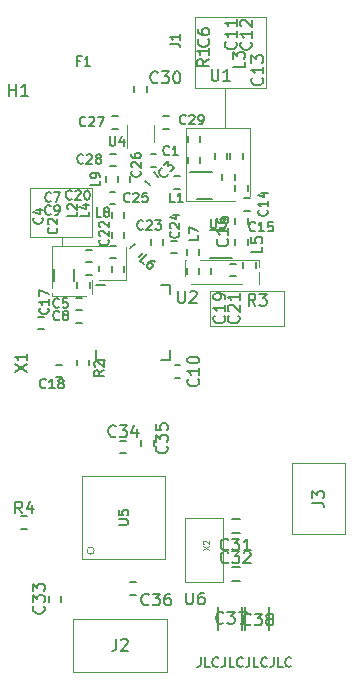
<source format=gbr>
G04 #@! TF.GenerationSoftware,KiCad,Pcbnew,(5.1.4)-1*
G04 #@! TF.CreationDate,2020-12-03T17:51:28+01:00*
G04 #@! TF.ProjectId,LoRa_Balloon,4c6f5261-5f42-4616-9c6c-6f6f6e2e6b69,2*
G04 #@! TF.SameCoordinates,Original*
G04 #@! TF.FileFunction,Legend,Top*
G04 #@! TF.FilePolarity,Positive*
%FSLAX46Y46*%
G04 Gerber Fmt 4.6, Leading zero omitted, Abs format (unit mm)*
G04 Created by KiCad (PCBNEW (5.1.4)-1) date 2020-12-03 17:51:28*
%MOMM*%
%LPD*%
G04 APERTURE LIST*
%ADD10C,0.150000*%
%ADD11C,0.120000*%
%ADD12C,0.080000*%
%ADD13C,0.125000*%
G04 APERTURE END LIST*
D10*
X203304761Y-157561904D02*
X203304761Y-158133333D01*
X203266666Y-158247619D01*
X203190476Y-158323809D01*
X203076190Y-158361904D01*
X203000000Y-158361904D01*
X204066666Y-158361904D02*
X203685714Y-158361904D01*
X203685714Y-157561904D01*
X204790476Y-158285714D02*
X204752380Y-158323809D01*
X204638095Y-158361904D01*
X204561904Y-158361904D01*
X204447619Y-158323809D01*
X204371428Y-158247619D01*
X204333333Y-158171428D01*
X204295238Y-158019047D01*
X204295238Y-157904761D01*
X204333333Y-157752380D01*
X204371428Y-157676190D01*
X204447619Y-157600000D01*
X204561904Y-157561904D01*
X204638095Y-157561904D01*
X204752380Y-157600000D01*
X204790476Y-157638095D01*
X205361904Y-157561904D02*
X205361904Y-158133333D01*
X205323809Y-158247619D01*
X205247619Y-158323809D01*
X205133333Y-158361904D01*
X205057142Y-158361904D01*
X206123809Y-158361904D02*
X205742857Y-158361904D01*
X205742857Y-157561904D01*
X206847619Y-158285714D02*
X206809523Y-158323809D01*
X206695238Y-158361904D01*
X206619047Y-158361904D01*
X206504761Y-158323809D01*
X206428571Y-158247619D01*
X206390476Y-158171428D01*
X206352380Y-158019047D01*
X206352380Y-157904761D01*
X206390476Y-157752380D01*
X206428571Y-157676190D01*
X206504761Y-157600000D01*
X206619047Y-157561904D01*
X206695238Y-157561904D01*
X206809523Y-157600000D01*
X206847619Y-157638095D01*
X207419047Y-157561904D02*
X207419047Y-158133333D01*
X207380952Y-158247619D01*
X207304761Y-158323809D01*
X207190476Y-158361904D01*
X207114285Y-158361904D01*
X208180952Y-158361904D02*
X207800000Y-158361904D01*
X207800000Y-157561904D01*
X208904761Y-158285714D02*
X208866666Y-158323809D01*
X208752380Y-158361904D01*
X208676190Y-158361904D01*
X208561904Y-158323809D01*
X208485714Y-158247619D01*
X208447619Y-158171428D01*
X208409523Y-158019047D01*
X208409523Y-157904761D01*
X208447619Y-157752380D01*
X208485714Y-157676190D01*
X208561904Y-157600000D01*
X208676190Y-157561904D01*
X208752380Y-157561904D01*
X208866666Y-157600000D01*
X208904761Y-157638095D01*
X209476190Y-157561904D02*
X209476190Y-158133333D01*
X209438095Y-158247619D01*
X209361904Y-158323809D01*
X209247619Y-158361904D01*
X209171428Y-158361904D01*
X210238095Y-158361904D02*
X209857142Y-158361904D01*
X209857142Y-157561904D01*
X210961904Y-158285714D02*
X210923809Y-158323809D01*
X210809523Y-158361904D01*
X210733333Y-158361904D01*
X210619047Y-158323809D01*
X210542857Y-158247619D01*
X210504761Y-158171428D01*
X210466666Y-158019047D01*
X210466666Y-157904761D01*
X210504761Y-157752380D01*
X210542857Y-157676190D01*
X210619047Y-157600000D01*
X210733333Y-157561904D01*
X210809523Y-157561904D01*
X210923809Y-157600000D01*
X210961904Y-157638095D01*
D11*
X191541400Y-122707400D02*
X191541400Y-121983500D01*
X190677800Y-126974600D02*
X190677800Y-126695200D01*
X196977000Y-125577600D02*
X196977000Y-122783600D01*
X194703700Y-125577600D02*
X196977000Y-125577600D01*
X194068700Y-126796800D02*
X194068700Y-125577600D01*
X190677800Y-126974600D02*
X193560700Y-126974600D01*
X190677800Y-122707400D02*
X190677800Y-126288800D01*
X195580000Y-122707400D02*
X190677800Y-122707400D01*
X188861700Y-117779800D02*
X194068700Y-117779800D01*
X188861700Y-121970800D02*
X188861700Y-117779800D01*
X194068700Y-121970800D02*
X188861700Y-121970800D01*
X194068700Y-117779800D02*
X194068700Y-121970800D01*
X202514200Y-125945900D02*
X206756000Y-125945900D01*
X208241900Y-124968000D02*
X208241900Y-125945900D01*
X208241900Y-123913900D02*
X208241900Y-124536200D01*
X203238100Y-123913900D02*
X208241900Y-123913900D01*
X201942700Y-123913900D02*
X202095100Y-123913900D01*
X201942700Y-125272800D02*
X201942700Y-123913900D01*
X210362800Y-126542800D02*
X204114400Y-126542800D01*
X210362800Y-129463800D02*
X210362800Y-126542800D01*
X204114400Y-129463800D02*
X210362800Y-129463800D01*
X204114400Y-126542800D02*
X204114400Y-129463800D01*
X205384400Y-109321600D02*
X205384400Y-112674400D01*
X207492600Y-112699800D02*
X207492600Y-118491000D01*
X202082400Y-112699800D02*
X207492600Y-112699800D01*
X202082400Y-118948200D02*
X206197200Y-118948200D01*
X202082400Y-112699800D02*
X202082400Y-118948200D01*
X208790400Y-109321600D02*
X202790400Y-109321600D01*
X208790400Y-109321600D02*
X208790400Y-103362800D01*
X202790400Y-103362800D02*
X208790400Y-103362800D01*
X202790400Y-109321600D02*
X202790400Y-103362800D01*
X211040000Y-147130000D02*
X215540000Y-147130000D01*
X215540000Y-147130000D02*
X215540000Y-141130000D01*
X211040000Y-141130000D02*
X215540000Y-141130000D01*
X211040000Y-147130000D02*
X211040000Y-141130000D01*
D10*
X196292960Y-117316480D02*
X196292960Y-116816480D01*
X195242960Y-116816480D02*
X195242960Y-117316480D01*
X209073860Y-155251660D02*
X209073860Y-153251660D01*
X207023860Y-153251660D02*
X207023860Y-155251660D01*
X204725160Y-153251660D02*
X204725160Y-155251660D01*
X206775160Y-155251660D02*
X206775160Y-153251660D01*
D11*
X192481700Y-154282580D02*
X192481700Y-158782580D01*
X192481700Y-158782580D02*
X200481700Y-158782580D01*
X200481700Y-154282580D02*
X200481700Y-158782580D01*
X192481700Y-154282580D02*
X200481700Y-154282580D01*
D10*
X197283260Y-152254440D02*
X197783260Y-152254440D01*
X197783260Y-151204440D02*
X197283260Y-151204440D01*
D12*
X201970840Y-151152840D02*
X205170840Y-151152840D01*
X205170840Y-151152840D02*
X205170840Y-145752840D01*
X205170840Y-145752840D02*
X201970840Y-145752840D01*
X201970840Y-151152840D02*
X201970840Y-145752840D01*
D11*
X193281420Y-149222340D02*
X193281420Y-142222340D01*
X193281420Y-142222340D02*
X200281420Y-142222340D01*
X200281420Y-149222340D02*
X200281420Y-142222340D01*
X193281420Y-149222340D02*
X200281420Y-149222340D01*
X194281420Y-148522340D02*
G75*
G03X194281420Y-148522340I-300000J0D01*
G01*
D10*
X194709560Y-124382720D02*
X194709560Y-124882720D01*
X195759560Y-124882720D02*
X195759560Y-124382720D01*
X199551520Y-114943400D02*
X199051520Y-114943400D01*
X199051520Y-115993400D02*
X199551520Y-115993400D01*
X193885040Y-126287760D02*
X193885040Y-125787760D01*
X192835040Y-125787760D02*
X192835040Y-126287760D01*
X199717726Y-116846904D02*
X199364172Y-116493350D01*
X198621710Y-117235812D02*
X198975264Y-117589366D01*
X190864120Y-124687200D02*
X190864120Y-125687200D01*
X192564120Y-125687200D02*
X192564120Y-124687200D01*
X193277300Y-127110000D02*
X192777300Y-127110000D01*
X192777300Y-128160000D02*
X193277300Y-128160000D01*
X202187320Y-113412040D02*
X202187320Y-113912040D01*
X203237320Y-113912040D02*
X203237320Y-113412040D01*
X194064280Y-123035840D02*
X193564280Y-123035840D01*
X193564280Y-124085840D02*
X194064280Y-124085840D01*
X192781960Y-129216640D02*
X193281960Y-129216640D01*
X193281960Y-128166640D02*
X192781960Y-128166640D01*
X193564280Y-125162800D02*
X194064280Y-125162800D01*
X194064280Y-124112800D02*
X193564280Y-124112800D01*
X201088180Y-133880080D02*
X201588180Y-133880080D01*
X201588180Y-132830080D02*
X201088180Y-132830080D01*
X205543640Y-115378040D02*
X205543640Y-114878040D01*
X204493640Y-114878040D02*
X204493640Y-115378040D01*
X205789040Y-114878040D02*
X205789040Y-115378040D01*
X206839040Y-115378040D02*
X206839040Y-114878040D01*
X207275920Y-118062400D02*
X207275920Y-117562400D01*
X206225920Y-117562400D02*
X206225920Y-118062400D01*
X207450920Y-118682280D02*
X206950920Y-118682280D01*
X206950920Y-119732280D02*
X207450920Y-119732280D01*
X207275920Y-120867400D02*
X207275920Y-120367400D01*
X206225920Y-120367400D02*
X206225920Y-120867400D01*
X206891400Y-124044900D02*
X206891400Y-124544900D01*
X207941400Y-124544900D02*
X207941400Y-124044900D01*
X189995200Y-128694960D02*
X189495200Y-128694960D01*
X189495200Y-129744960D02*
X189995200Y-129744960D01*
X191052220Y-133829280D02*
X191552220Y-133829280D01*
X191552220Y-132779280D02*
X191052220Y-132779280D01*
X203178900Y-125111320D02*
X203178900Y-124611320D01*
X202128900Y-124611320D02*
X202128900Y-125111320D01*
X196086120Y-122710720D02*
X195586120Y-122710720D01*
X195586120Y-123760720D02*
X196086120Y-123760720D01*
X203139820Y-124611320D02*
X203139820Y-125111320D01*
X204189820Y-125111320D02*
X204189820Y-124611320D01*
X196811120Y-122080680D02*
X196811120Y-121580680D01*
X195761120Y-121580680D02*
X195761120Y-122080680D01*
X199063120Y-122111540D02*
X199063120Y-122611540D01*
X200113120Y-122611540D02*
X200113120Y-122111540D01*
X201300740Y-122284000D02*
X200800740Y-122284000D01*
X200800740Y-123334000D02*
X201300740Y-123334000D01*
X195578500Y-119186180D02*
X196078500Y-119186180D01*
X196078500Y-118136180D02*
X195578500Y-118136180D01*
X197339440Y-117316480D02*
X197339440Y-116816480D01*
X196289440Y-116816480D02*
X196289440Y-117316480D01*
X196261800Y-111743000D02*
X195761800Y-111743000D01*
X195761800Y-112793000D02*
X196261800Y-112793000D01*
X196097120Y-114938320D02*
X195597120Y-114938320D01*
X195597120Y-115988320D02*
X196097120Y-115988320D01*
X200105200Y-112793000D02*
X200605200Y-112793000D01*
X200605200Y-111743000D02*
X200105200Y-111743000D01*
X197671200Y-109157960D02*
X197671200Y-109657960D01*
X198721200Y-109657960D02*
X198721200Y-109157960D01*
X205918320Y-145802840D02*
X206618320Y-145802840D01*
X206618320Y-147002840D02*
X205918320Y-147002840D01*
X206618320Y-151102840D02*
X205918320Y-151102840D01*
X205918320Y-149902840D02*
X206618320Y-149902840D01*
X191510140Y-152828220D02*
X191510140Y-152328220D01*
X190460140Y-152328220D02*
X190460140Y-152828220D01*
X196482740Y-140242780D02*
X196982740Y-140242780D01*
X196982740Y-139192780D02*
X196482740Y-139192780D01*
X198255400Y-139173140D02*
X198255400Y-139673140D01*
X199305400Y-139673140D02*
X199305400Y-139173140D01*
X201514520Y-116833160D02*
X201014520Y-116833160D01*
X201014520Y-117883160D02*
X201514520Y-117883160D01*
X206193880Y-117158160D02*
X206193880Y-116658160D01*
X205143880Y-116658160D02*
X205143880Y-117158160D01*
X196811120Y-124885680D02*
X196811120Y-124385680D01*
X195761120Y-124385680D02*
X195761120Y-124885680D01*
X207275920Y-122609840D02*
X207275920Y-122109840D01*
X206225920Y-122109840D02*
X206225920Y-122609840D01*
X197707804Y-122581032D02*
X197354250Y-122934586D01*
X198096712Y-123677048D02*
X198450266Y-123323494D01*
X203178900Y-123508580D02*
X203178900Y-123008580D01*
X202128900Y-123008580D02*
X202128900Y-123508580D01*
X196811120Y-120320880D02*
X196811120Y-119820880D01*
X195761120Y-119820880D02*
X195761120Y-120320880D01*
X202187320Y-115164640D02*
X202187320Y-115664640D01*
X203237320Y-115664640D02*
X203237320Y-115164640D01*
X192807100Y-132338000D02*
X192807100Y-132838000D01*
X193857100Y-132838000D02*
X193857100Y-132338000D01*
X205804960Y-125269480D02*
X206304960Y-125269480D01*
X206304960Y-124219480D02*
X205804960Y-124219480D01*
X188606240Y-145597340D02*
X188106240Y-145597340D01*
X188106240Y-146647340D02*
X188606240Y-146647340D01*
X202966560Y-118757080D02*
X204266560Y-118757080D01*
X202391560Y-116457080D02*
X204266560Y-116457080D01*
X200736120Y-126034520D02*
X200736120Y-126824520D01*
X194436120Y-132334520D02*
X194436120Y-131544520D01*
X200736120Y-132334520D02*
X200736120Y-131544520D01*
X194436120Y-126034520D02*
X195226120Y-126034520D01*
X194436120Y-132334520D02*
X195226120Y-132334520D01*
X200736120Y-132334520D02*
X199946120Y-132334520D01*
X200736120Y-126034520D02*
X199946120Y-126034520D01*
X205927840Y-123709000D02*
X204052840Y-123709000D01*
X205352840Y-121409000D02*
X204052840Y-121409000D01*
D11*
X197036200Y-112518000D02*
X197036200Y-114418000D01*
X199356200Y-113918000D02*
X199356200Y-112518000D01*
D10*
X193095913Y-107059737D02*
X192829246Y-107059737D01*
X192829246Y-107478784D02*
X192829246Y-106678784D01*
X193210199Y-106678784D01*
X193934008Y-107478784D02*
X193476865Y-107478784D01*
X193705437Y-107478784D02*
X193705437Y-106678784D01*
X193629246Y-106793070D01*
X193553056Y-106869260D01*
X193476865Y-106907356D01*
X202062175Y-152073360D02*
X202062175Y-152882884D01*
X202109794Y-152978122D01*
X202157413Y-153025741D01*
X202252651Y-153073360D01*
X202443127Y-153073360D01*
X202538365Y-153025741D01*
X202585984Y-152978122D01*
X202633603Y-152882884D01*
X202633603Y-152073360D01*
X203538365Y-152073360D02*
X203347889Y-152073360D01*
X203252651Y-152120980D01*
X203205032Y-152168599D01*
X203109794Y-152311456D01*
X203062175Y-152501932D01*
X203062175Y-152882884D01*
X203109794Y-152978122D01*
X203157413Y-153025741D01*
X203252651Y-153073360D01*
X203443127Y-153073360D01*
X203538365Y-153025741D01*
X203585984Y-152978122D01*
X203633603Y-152882884D01*
X203633603Y-152644789D01*
X203585984Y-152549551D01*
X203538365Y-152501932D01*
X203443127Y-152454313D01*
X203252651Y-152454313D01*
X203157413Y-152501932D01*
X203109794Y-152549551D01*
X203062175Y-152644789D01*
X212742380Y-144463333D02*
X213456666Y-144463333D01*
X213599523Y-144510952D01*
X213694761Y-144606190D01*
X213742380Y-144749047D01*
X213742380Y-144844285D01*
X212742380Y-144082380D02*
X212742380Y-143463333D01*
X213123333Y-143796666D01*
X213123333Y-143653809D01*
X213170952Y-143558571D01*
X213218571Y-143510952D01*
X213313809Y-143463333D01*
X213551904Y-143463333D01*
X213647142Y-143510952D01*
X213694761Y-143558571D01*
X213742380Y-143653809D01*
X213742380Y-143939523D01*
X213694761Y-144034761D01*
X213647142Y-144082380D01*
X200716904Y-105591666D02*
X201288333Y-105591666D01*
X201402619Y-105629761D01*
X201478809Y-105705952D01*
X201516904Y-105820238D01*
X201516904Y-105896428D01*
X201516904Y-104791666D02*
X201516904Y-105248809D01*
X201516904Y-105020238D02*
X200716904Y-105020238D01*
X200831190Y-105096428D01*
X200907380Y-105172619D01*
X200945476Y-105248809D01*
X194768424Y-117207013D02*
X194768424Y-117587965D01*
X193968424Y-117587965D01*
X194768424Y-116902251D02*
X194768424Y-116749870D01*
X194730329Y-116673680D01*
X194692234Y-116635584D01*
X194577948Y-116559394D01*
X194425567Y-116521299D01*
X194120805Y-116521299D01*
X194044615Y-116559394D01*
X194006520Y-116597489D01*
X193968424Y-116673680D01*
X193968424Y-116826060D01*
X194006520Y-116902251D01*
X194044615Y-116940346D01*
X194120805Y-116978441D01*
X194311281Y-116978441D01*
X194387472Y-116940346D01*
X194425567Y-116902251D01*
X194463662Y-116826060D01*
X194463662Y-116673680D01*
X194425567Y-116597489D01*
X194387472Y-116559394D01*
X194311281Y-116521299D01*
X207525382Y-154753582D02*
X207477763Y-154801201D01*
X207334906Y-154848820D01*
X207239668Y-154848820D01*
X207096811Y-154801201D01*
X207001573Y-154705963D01*
X206953954Y-154610725D01*
X206906335Y-154420249D01*
X206906335Y-154277392D01*
X206953954Y-154086916D01*
X207001573Y-153991678D01*
X207096811Y-153896440D01*
X207239668Y-153848820D01*
X207334906Y-153848820D01*
X207477763Y-153896440D01*
X207525382Y-153944059D01*
X207858716Y-153848820D02*
X208477763Y-153848820D01*
X208144430Y-154229773D01*
X208287287Y-154229773D01*
X208382525Y-154277392D01*
X208430144Y-154325011D01*
X208477763Y-154420249D01*
X208477763Y-154658344D01*
X208430144Y-154753582D01*
X208382525Y-154801201D01*
X208287287Y-154848820D01*
X208001573Y-154848820D01*
X207906335Y-154801201D01*
X207858716Y-154753582D01*
X209049192Y-154277392D02*
X208953954Y-154229773D01*
X208906335Y-154182154D01*
X208858716Y-154086916D01*
X208858716Y-154039297D01*
X208906335Y-153944059D01*
X208953954Y-153896440D01*
X209049192Y-153848820D01*
X209239668Y-153848820D01*
X209334906Y-153896440D01*
X209382525Y-153944059D01*
X209430144Y-154039297D01*
X209430144Y-154086916D01*
X209382525Y-154182154D01*
X209334906Y-154229773D01*
X209239668Y-154277392D01*
X209049192Y-154277392D01*
X208953954Y-154325011D01*
X208906335Y-154372630D01*
X208858716Y-154467868D01*
X208858716Y-154658344D01*
X208906335Y-154753582D01*
X208953954Y-154801201D01*
X209049192Y-154848820D01*
X209239668Y-154848820D01*
X209334906Y-154801201D01*
X209382525Y-154753582D01*
X209430144Y-154658344D01*
X209430144Y-154467868D01*
X209382525Y-154372630D01*
X209334906Y-154325011D01*
X209239668Y-154277392D01*
X205226682Y-154608802D02*
X205179063Y-154656421D01*
X205036206Y-154704040D01*
X204940968Y-154704040D01*
X204798111Y-154656421D01*
X204702873Y-154561183D01*
X204655254Y-154465945D01*
X204607635Y-154275469D01*
X204607635Y-154132612D01*
X204655254Y-153942136D01*
X204702873Y-153846898D01*
X204798111Y-153751660D01*
X204940968Y-153704040D01*
X205036206Y-153704040D01*
X205179063Y-153751660D01*
X205226682Y-153799279D01*
X205560016Y-153704040D02*
X206179063Y-153704040D01*
X205845730Y-154084993D01*
X205988587Y-154084993D01*
X206083825Y-154132612D01*
X206131444Y-154180231D01*
X206179063Y-154275469D01*
X206179063Y-154513564D01*
X206131444Y-154608802D01*
X206083825Y-154656421D01*
X205988587Y-154704040D01*
X205702873Y-154704040D01*
X205607635Y-154656421D01*
X205560016Y-154608802D01*
X206512397Y-153704040D02*
X207179063Y-153704040D01*
X206750492Y-154704040D01*
X196148366Y-155984960D02*
X196148366Y-156699246D01*
X196100747Y-156842103D01*
X196005509Y-156937341D01*
X195862652Y-156984960D01*
X195767414Y-156984960D01*
X196576938Y-156080199D02*
X196624557Y-156032580D01*
X196719795Y-155984960D01*
X196957890Y-155984960D01*
X197053128Y-156032580D01*
X197100747Y-156080199D01*
X197148366Y-156175437D01*
X197148366Y-156270675D01*
X197100747Y-156413532D01*
X196529319Y-156984960D01*
X197148366Y-156984960D01*
X198899542Y-153061942D02*
X198851923Y-153109561D01*
X198709066Y-153157180D01*
X198613828Y-153157180D01*
X198470971Y-153109561D01*
X198375733Y-153014323D01*
X198328114Y-152919085D01*
X198280495Y-152728609D01*
X198280495Y-152585752D01*
X198328114Y-152395276D01*
X198375733Y-152300038D01*
X198470971Y-152204800D01*
X198613828Y-152157180D01*
X198709066Y-152157180D01*
X198851923Y-152204800D01*
X198899542Y-152252419D01*
X199232876Y-152157180D02*
X199851923Y-152157180D01*
X199518590Y-152538133D01*
X199661447Y-152538133D01*
X199756685Y-152585752D01*
X199804304Y-152633371D01*
X199851923Y-152728609D01*
X199851923Y-152966704D01*
X199804304Y-153061942D01*
X199756685Y-153109561D01*
X199661447Y-153157180D01*
X199375733Y-153157180D01*
X199280495Y-153109561D01*
X199232876Y-153061942D01*
X200709066Y-152157180D02*
X200518590Y-152157180D01*
X200423352Y-152204800D01*
X200375733Y-152252419D01*
X200280495Y-152395276D01*
X200232876Y-152585752D01*
X200232876Y-152966704D01*
X200280495Y-153061942D01*
X200328114Y-153109561D01*
X200423352Y-153157180D01*
X200613828Y-153157180D01*
X200709066Y-153109561D01*
X200756685Y-153061942D01*
X200804304Y-152966704D01*
X200804304Y-152728609D01*
X200756685Y-152633371D01*
X200709066Y-152585752D01*
X200613828Y-152538133D01*
X200423352Y-152538133D01*
X200328114Y-152585752D01*
X200280495Y-152633371D01*
X200232876Y-152728609D01*
D13*
X203510390Y-148456281D02*
X204010390Y-148122948D01*
X203510390Y-148122948D02*
X204010390Y-148456281D01*
X203558009Y-147956281D02*
X203534200Y-147932472D01*
X203510390Y-147884853D01*
X203510390Y-147765805D01*
X203534200Y-147718186D01*
X203558009Y-147694377D01*
X203605628Y-147670567D01*
X203653247Y-147670567D01*
X203724676Y-147694377D01*
X204010390Y-147980091D01*
X204010390Y-147670567D01*
D10*
X196343324Y-146331863D02*
X196990943Y-146331863D01*
X197067134Y-146293768D01*
X197105229Y-146255673D01*
X197143324Y-146179482D01*
X197143324Y-146027101D01*
X197105229Y-145950911D01*
X197067134Y-145912816D01*
X196990943Y-145874720D01*
X196343324Y-145874720D01*
X196343324Y-145112816D02*
X196343324Y-145493768D01*
X196724277Y-145531863D01*
X196686181Y-145493768D01*
X196648086Y-145417578D01*
X196648086Y-145227101D01*
X196686181Y-145150911D01*
X196724277Y-145112816D01*
X196800467Y-145074720D01*
X196990943Y-145074720D01*
X197067134Y-145112816D01*
X197105229Y-145150911D01*
X197143324Y-145227101D01*
X197143324Y-145417578D01*
X197105229Y-145493768D01*
X197067134Y-145531863D01*
X192805004Y-119843533D02*
X192805004Y-120224485D01*
X192005004Y-120224485D01*
X192081195Y-119614961D02*
X192043100Y-119576866D01*
X192005004Y-119500676D01*
X192005004Y-119310200D01*
X192043100Y-119234009D01*
X192081195Y-119195914D01*
X192157385Y-119157819D01*
X192233576Y-119157819D01*
X192347861Y-119195914D01*
X192805004Y-119653057D01*
X192805004Y-119157819D01*
X200615566Y-114966714D02*
X200577471Y-115004809D01*
X200463185Y-115042904D01*
X200386995Y-115042904D01*
X200272709Y-115004809D01*
X200196519Y-114928619D01*
X200158423Y-114852428D01*
X200120328Y-114700047D01*
X200120328Y-114585761D01*
X200158423Y-114433380D01*
X200196519Y-114357190D01*
X200272709Y-114281000D01*
X200386995Y-114242904D01*
X200463185Y-114242904D01*
X200577471Y-114281000D01*
X200615566Y-114319095D01*
X201377471Y-115042904D02*
X200920328Y-115042904D01*
X201148900Y-115042904D02*
X201148900Y-114242904D01*
X201072709Y-114357190D01*
X200996519Y-114433380D01*
X200920328Y-114471476D01*
X191090514Y-121164333D02*
X191128609Y-121202428D01*
X191166704Y-121316714D01*
X191166704Y-121392904D01*
X191128609Y-121507190D01*
X191052419Y-121583380D01*
X190976228Y-121621476D01*
X190823847Y-121659571D01*
X190709561Y-121659571D01*
X190557180Y-121621476D01*
X190480990Y-121583380D01*
X190404800Y-121507190D01*
X190366704Y-121392904D01*
X190366704Y-121316714D01*
X190404800Y-121202428D01*
X190442895Y-121164333D01*
X190442895Y-120859571D02*
X190404800Y-120821476D01*
X190366704Y-120745285D01*
X190366704Y-120554809D01*
X190404800Y-120478619D01*
X190442895Y-120440523D01*
X190519085Y-120402428D01*
X190595276Y-120402428D01*
X190709561Y-120440523D01*
X191166704Y-120897666D01*
X191166704Y-120402428D01*
X200501049Y-116602912D02*
X200501049Y-116656787D01*
X200447174Y-116764536D01*
X200393300Y-116818411D01*
X200285550Y-116872286D01*
X200177800Y-116872286D01*
X200096988Y-116845349D01*
X199962301Y-116764536D01*
X199881489Y-116683724D01*
X199800677Y-116549037D01*
X199773739Y-116468225D01*
X199773739Y-116360475D01*
X199827614Y-116252726D01*
X199881489Y-116198851D01*
X199989238Y-116144976D01*
X200043113Y-116144976D01*
X200177800Y-115902539D02*
X200527987Y-115552353D01*
X200554924Y-115956414D01*
X200635736Y-115875602D01*
X200716548Y-115848665D01*
X200770423Y-115848665D01*
X200851235Y-115875602D01*
X200985922Y-116010289D01*
X201012860Y-116091101D01*
X201012860Y-116144976D01*
X200985922Y-116225788D01*
X200824298Y-116387413D01*
X200743486Y-116414350D01*
X200689611Y-116414350D01*
X189845914Y-120326133D02*
X189884009Y-120364228D01*
X189922104Y-120478514D01*
X189922104Y-120554704D01*
X189884009Y-120668990D01*
X189807819Y-120745180D01*
X189731628Y-120783276D01*
X189579247Y-120821371D01*
X189464961Y-120821371D01*
X189312580Y-120783276D01*
X189236390Y-120745180D01*
X189160200Y-120668990D01*
X189122104Y-120554704D01*
X189122104Y-120478514D01*
X189160200Y-120364228D01*
X189198295Y-120326133D01*
X189388771Y-119640419D02*
X189922104Y-119640419D01*
X189084009Y-119830895D02*
X189655438Y-120021371D01*
X189655438Y-119526133D01*
X191293766Y-127882614D02*
X191255671Y-127920709D01*
X191141385Y-127958804D01*
X191065195Y-127958804D01*
X190950909Y-127920709D01*
X190874719Y-127844519D01*
X190836623Y-127768328D01*
X190798528Y-127615947D01*
X190798528Y-127501661D01*
X190836623Y-127349280D01*
X190874719Y-127273090D01*
X190950909Y-127196900D01*
X191065195Y-127158804D01*
X191141385Y-127158804D01*
X191255671Y-127196900D01*
X191293766Y-127234995D01*
X192017576Y-127158804D02*
X191636623Y-127158804D01*
X191598528Y-127539757D01*
X191636623Y-127501661D01*
X191712814Y-127463566D01*
X191903290Y-127463566D01*
X191979480Y-127501661D01*
X192017576Y-127539757D01*
X192055671Y-127615947D01*
X192055671Y-127806423D01*
X192017576Y-127882614D01*
X191979480Y-127920709D01*
X191903290Y-127958804D01*
X191712814Y-127958804D01*
X191636623Y-127920709D01*
X191598528Y-127882614D01*
X203938142Y-105221066D02*
X203985761Y-105268685D01*
X204033380Y-105411542D01*
X204033380Y-105506780D01*
X203985761Y-105649638D01*
X203890523Y-105744876D01*
X203795285Y-105792495D01*
X203604809Y-105840114D01*
X203461952Y-105840114D01*
X203271476Y-105792495D01*
X203176238Y-105744876D01*
X203081000Y-105649638D01*
X203033380Y-105506780D01*
X203033380Y-105411542D01*
X203081000Y-105268685D01*
X203128619Y-105221066D01*
X203033380Y-104363923D02*
X203033380Y-104554400D01*
X203081000Y-104649638D01*
X203128619Y-104697257D01*
X203271476Y-104792495D01*
X203461952Y-104840114D01*
X203842904Y-104840114D01*
X203938142Y-104792495D01*
X203985761Y-104744876D01*
X204033380Y-104649638D01*
X204033380Y-104459161D01*
X203985761Y-104363923D01*
X203938142Y-104316304D01*
X203842904Y-104268685D01*
X203604809Y-104268685D01*
X203509571Y-104316304D01*
X203461952Y-104363923D01*
X203414333Y-104459161D01*
X203414333Y-104649638D01*
X203461952Y-104744876D01*
X203509571Y-104792495D01*
X203604809Y-104840114D01*
X190620666Y-118916414D02*
X190582571Y-118954509D01*
X190468285Y-118992604D01*
X190392095Y-118992604D01*
X190277809Y-118954509D01*
X190201619Y-118878319D01*
X190163523Y-118802128D01*
X190125428Y-118649747D01*
X190125428Y-118535461D01*
X190163523Y-118383080D01*
X190201619Y-118306890D01*
X190277809Y-118230700D01*
X190392095Y-118192604D01*
X190468285Y-118192604D01*
X190582571Y-118230700D01*
X190620666Y-118268795D01*
X190887333Y-118192604D02*
X191420666Y-118192604D01*
X191077809Y-118992604D01*
X191319166Y-128936714D02*
X191281071Y-128974809D01*
X191166785Y-129012904D01*
X191090595Y-129012904D01*
X190976309Y-128974809D01*
X190900119Y-128898619D01*
X190862023Y-128822428D01*
X190823928Y-128670047D01*
X190823928Y-128555761D01*
X190862023Y-128403380D01*
X190900119Y-128327190D01*
X190976309Y-128251000D01*
X191090595Y-128212904D01*
X191166785Y-128212904D01*
X191281071Y-128251000D01*
X191319166Y-128289095D01*
X191776309Y-128555761D02*
X191700119Y-128517666D01*
X191662023Y-128479571D01*
X191623928Y-128403380D01*
X191623928Y-128365285D01*
X191662023Y-128289095D01*
X191700119Y-128251000D01*
X191776309Y-128212904D01*
X191928690Y-128212904D01*
X192004880Y-128251000D01*
X192042976Y-128289095D01*
X192081071Y-128365285D01*
X192081071Y-128403380D01*
X192042976Y-128479571D01*
X192004880Y-128517666D01*
X191928690Y-128555761D01*
X191776309Y-128555761D01*
X191700119Y-128593857D01*
X191662023Y-128631952D01*
X191623928Y-128708142D01*
X191623928Y-128860523D01*
X191662023Y-128936714D01*
X191700119Y-128974809D01*
X191776309Y-129012904D01*
X191928690Y-129012904D01*
X192004880Y-128974809D01*
X192042976Y-128936714D01*
X192081071Y-128860523D01*
X192081071Y-128708142D01*
X192042976Y-128631952D01*
X192004880Y-128593857D01*
X191928690Y-128555761D01*
X190582566Y-119995914D02*
X190544471Y-120034009D01*
X190430185Y-120072104D01*
X190353995Y-120072104D01*
X190239709Y-120034009D01*
X190163519Y-119957819D01*
X190125423Y-119881628D01*
X190087328Y-119729247D01*
X190087328Y-119614961D01*
X190125423Y-119462580D01*
X190163519Y-119386390D01*
X190239709Y-119310200D01*
X190353995Y-119272104D01*
X190430185Y-119272104D01*
X190544471Y-119310200D01*
X190582566Y-119348295D01*
X190963519Y-120072104D02*
X191115900Y-120072104D01*
X191192090Y-120034009D01*
X191230185Y-119995914D01*
X191306376Y-119881628D01*
X191344471Y-119729247D01*
X191344471Y-119424485D01*
X191306376Y-119348295D01*
X191268280Y-119310200D01*
X191192090Y-119272104D01*
X191039709Y-119272104D01*
X190963519Y-119310200D01*
X190925423Y-119348295D01*
X190887328Y-119424485D01*
X190887328Y-119614961D01*
X190925423Y-119691152D01*
X190963519Y-119729247D01*
X191039709Y-119767342D01*
X191192090Y-119767342D01*
X191268280Y-119729247D01*
X191306376Y-119691152D01*
X191344471Y-119614961D01*
X203074542Y-133992857D02*
X203122161Y-134040476D01*
X203169780Y-134183333D01*
X203169780Y-134278571D01*
X203122161Y-134421428D01*
X203026923Y-134516666D01*
X202931685Y-134564285D01*
X202741209Y-134611904D01*
X202598352Y-134611904D01*
X202407876Y-134564285D01*
X202312638Y-134516666D01*
X202217400Y-134421428D01*
X202169780Y-134278571D01*
X202169780Y-134183333D01*
X202217400Y-134040476D01*
X202265019Y-133992857D01*
X203169780Y-133040476D02*
X203169780Y-133611904D01*
X203169780Y-133326190D02*
X202169780Y-133326190D01*
X202312638Y-133421428D01*
X202407876Y-133516666D01*
X202455495Y-133611904D01*
X202169780Y-132421428D02*
X202169780Y-132326190D01*
X202217400Y-132230952D01*
X202265019Y-132183333D01*
X202360257Y-132135714D01*
X202550733Y-132088095D01*
X202788828Y-132088095D01*
X202979304Y-132135714D01*
X203074542Y-132183333D01*
X203122161Y-132230952D01*
X203169780Y-132326190D01*
X203169780Y-132421428D01*
X203122161Y-132516666D01*
X203074542Y-132564285D01*
X202979304Y-132611904D01*
X202788828Y-132659523D01*
X202550733Y-132659523D01*
X202360257Y-132611904D01*
X202265019Y-132564285D01*
X202217400Y-132516666D01*
X202169780Y-132421428D01*
X206249542Y-105443257D02*
X206297161Y-105490876D01*
X206344780Y-105633733D01*
X206344780Y-105728971D01*
X206297161Y-105871828D01*
X206201923Y-105967066D01*
X206106685Y-106014685D01*
X205916209Y-106062304D01*
X205773352Y-106062304D01*
X205582876Y-106014685D01*
X205487638Y-105967066D01*
X205392400Y-105871828D01*
X205344780Y-105728971D01*
X205344780Y-105633733D01*
X205392400Y-105490876D01*
X205440019Y-105443257D01*
X206344780Y-104490876D02*
X206344780Y-105062304D01*
X206344780Y-104776590D02*
X205344780Y-104776590D01*
X205487638Y-104871828D01*
X205582876Y-104967066D01*
X205630495Y-105062304D01*
X206344780Y-103538495D02*
X206344780Y-104109923D01*
X206344780Y-103824209D02*
X205344780Y-103824209D01*
X205487638Y-103919447D01*
X205582876Y-104014685D01*
X205630495Y-104109923D01*
X207544942Y-105468657D02*
X207592561Y-105516276D01*
X207640180Y-105659133D01*
X207640180Y-105754371D01*
X207592561Y-105897228D01*
X207497323Y-105992466D01*
X207402085Y-106040085D01*
X207211609Y-106087704D01*
X207068752Y-106087704D01*
X206878276Y-106040085D01*
X206783038Y-105992466D01*
X206687800Y-105897228D01*
X206640180Y-105754371D01*
X206640180Y-105659133D01*
X206687800Y-105516276D01*
X206735419Y-105468657D01*
X207640180Y-104516276D02*
X207640180Y-105087704D01*
X207640180Y-104801990D02*
X206640180Y-104801990D01*
X206783038Y-104897228D01*
X206878276Y-104992466D01*
X206925895Y-105087704D01*
X206735419Y-104135323D02*
X206687800Y-104087704D01*
X206640180Y-103992466D01*
X206640180Y-103754371D01*
X206687800Y-103659133D01*
X206735419Y-103611514D01*
X206830657Y-103563895D01*
X206925895Y-103563895D01*
X207068752Y-103611514D01*
X207640180Y-104182942D01*
X207640180Y-103563895D01*
X208484742Y-108491257D02*
X208532361Y-108538876D01*
X208579980Y-108681733D01*
X208579980Y-108776971D01*
X208532361Y-108919828D01*
X208437123Y-109015066D01*
X208341885Y-109062685D01*
X208151409Y-109110304D01*
X208008552Y-109110304D01*
X207818076Y-109062685D01*
X207722838Y-109015066D01*
X207627600Y-108919828D01*
X207579980Y-108776971D01*
X207579980Y-108681733D01*
X207627600Y-108538876D01*
X207675219Y-108491257D01*
X208579980Y-107538876D02*
X208579980Y-108110304D01*
X208579980Y-107824590D02*
X207579980Y-107824590D01*
X207722838Y-107919828D01*
X207818076Y-108015066D01*
X207865695Y-108110304D01*
X207579980Y-107205542D02*
X207579980Y-106586495D01*
X207960933Y-106919828D01*
X207960933Y-106776971D01*
X208008552Y-106681733D01*
X208056171Y-106634114D01*
X208151409Y-106586495D01*
X208389504Y-106586495D01*
X208484742Y-106634114D01*
X208532361Y-106681733D01*
X208579980Y-106776971D01*
X208579980Y-107062685D01*
X208532361Y-107157923D01*
X208484742Y-107205542D01*
X208883214Y-119678385D02*
X208921309Y-119716480D01*
X208959404Y-119830766D01*
X208959404Y-119906957D01*
X208921309Y-120021242D01*
X208845119Y-120097433D01*
X208768928Y-120135528D01*
X208616547Y-120173623D01*
X208502261Y-120173623D01*
X208349880Y-120135528D01*
X208273690Y-120097433D01*
X208197500Y-120021242D01*
X208159404Y-119906957D01*
X208159404Y-119830766D01*
X208197500Y-119716480D01*
X208235595Y-119678385D01*
X208959404Y-118916480D02*
X208959404Y-119373623D01*
X208959404Y-119145052D02*
X208159404Y-119145052D01*
X208273690Y-119221242D01*
X208349880Y-119297433D01*
X208387976Y-119373623D01*
X208426071Y-118230766D02*
X208959404Y-118230766D01*
X208121309Y-118421242D02*
X208692738Y-118611719D01*
X208692738Y-118116480D01*
X207892714Y-121418314D02*
X207854619Y-121456409D01*
X207740333Y-121494504D01*
X207664142Y-121494504D01*
X207549857Y-121456409D01*
X207473666Y-121380219D01*
X207435571Y-121304028D01*
X207397476Y-121151647D01*
X207397476Y-121037361D01*
X207435571Y-120884980D01*
X207473666Y-120808790D01*
X207549857Y-120732600D01*
X207664142Y-120694504D01*
X207740333Y-120694504D01*
X207854619Y-120732600D01*
X207892714Y-120770695D01*
X208654619Y-121494504D02*
X208197476Y-121494504D01*
X208426047Y-121494504D02*
X208426047Y-120694504D01*
X208349857Y-120808790D01*
X208273666Y-120884980D01*
X208197476Y-120923076D01*
X209378428Y-120694504D02*
X208997476Y-120694504D01*
X208959380Y-121075457D01*
X208997476Y-121037361D01*
X209073666Y-120999266D01*
X209264142Y-120999266D01*
X209340333Y-121037361D01*
X209378428Y-121075457D01*
X209416523Y-121151647D01*
X209416523Y-121342123D01*
X209378428Y-121418314D01*
X209340333Y-121456409D01*
X209264142Y-121494504D01*
X209073666Y-121494504D01*
X208997476Y-121456409D01*
X208959380Y-121418314D01*
X205548502Y-122144177D02*
X205596121Y-122191796D01*
X205643740Y-122334653D01*
X205643740Y-122429891D01*
X205596121Y-122572748D01*
X205500883Y-122667986D01*
X205405645Y-122715605D01*
X205215169Y-122763224D01*
X205072312Y-122763224D01*
X204881836Y-122715605D01*
X204786598Y-122667986D01*
X204691360Y-122572748D01*
X204643740Y-122429891D01*
X204643740Y-122334653D01*
X204691360Y-122191796D01*
X204738979Y-122144177D01*
X205643740Y-121191796D02*
X205643740Y-121763224D01*
X205643740Y-121477510D02*
X204643740Y-121477510D01*
X204786598Y-121572748D01*
X204881836Y-121667986D01*
X204929455Y-121763224D01*
X204643740Y-120334653D02*
X204643740Y-120525129D01*
X204691360Y-120620367D01*
X204738979Y-120667986D01*
X204881836Y-120763224D01*
X205072312Y-120810843D01*
X205453264Y-120810843D01*
X205548502Y-120763224D01*
X205596121Y-120715605D01*
X205643740Y-120620367D01*
X205643740Y-120429891D01*
X205596121Y-120334653D01*
X205548502Y-120287034D01*
X205453264Y-120239415D01*
X205215169Y-120239415D01*
X205119931Y-120287034D01*
X205072312Y-120334653D01*
X205024693Y-120429891D01*
X205024693Y-120620367D01*
X205072312Y-120715605D01*
X205119931Y-120763224D01*
X205215169Y-120810843D01*
X190353914Y-128009585D02*
X190392009Y-128047680D01*
X190430104Y-128161966D01*
X190430104Y-128238157D01*
X190392009Y-128352442D01*
X190315819Y-128428633D01*
X190239628Y-128466728D01*
X190087247Y-128504823D01*
X189972961Y-128504823D01*
X189820580Y-128466728D01*
X189744390Y-128428633D01*
X189668200Y-128352442D01*
X189630104Y-128238157D01*
X189630104Y-128161966D01*
X189668200Y-128047680D01*
X189706295Y-128009585D01*
X190430104Y-127247680D02*
X190430104Y-127704823D01*
X190430104Y-127476252D02*
X189630104Y-127476252D01*
X189744390Y-127552442D01*
X189820580Y-127628633D01*
X189858676Y-127704823D01*
X189630104Y-126981014D02*
X189630104Y-126447680D01*
X190430104Y-126790538D01*
X190176214Y-134702514D02*
X190138119Y-134740609D01*
X190023833Y-134778704D01*
X189947642Y-134778704D01*
X189833357Y-134740609D01*
X189757166Y-134664419D01*
X189719071Y-134588228D01*
X189680976Y-134435847D01*
X189680976Y-134321561D01*
X189719071Y-134169180D01*
X189757166Y-134092990D01*
X189833357Y-134016800D01*
X189947642Y-133978704D01*
X190023833Y-133978704D01*
X190138119Y-134016800D01*
X190176214Y-134054895D01*
X190938119Y-134778704D02*
X190480976Y-134778704D01*
X190709547Y-134778704D02*
X190709547Y-133978704D01*
X190633357Y-134092990D01*
X190557166Y-134169180D01*
X190480976Y-134207276D01*
X191395261Y-134321561D02*
X191319071Y-134283466D01*
X191280976Y-134245371D01*
X191242880Y-134169180D01*
X191242880Y-134131085D01*
X191280976Y-134054895D01*
X191319071Y-134016800D01*
X191395261Y-133978704D01*
X191547642Y-133978704D01*
X191623833Y-134016800D01*
X191661928Y-134054895D01*
X191700023Y-134131085D01*
X191700023Y-134169180D01*
X191661928Y-134245371D01*
X191623833Y-134283466D01*
X191547642Y-134321561D01*
X191395261Y-134321561D01*
X191319071Y-134359657D01*
X191280976Y-134397752D01*
X191242880Y-134473942D01*
X191242880Y-134626323D01*
X191280976Y-134702514D01*
X191319071Y-134740609D01*
X191395261Y-134778704D01*
X191547642Y-134778704D01*
X191623833Y-134740609D01*
X191661928Y-134702514D01*
X191700023Y-134626323D01*
X191700023Y-134473942D01*
X191661928Y-134397752D01*
X191623833Y-134359657D01*
X191547642Y-134321561D01*
X205284342Y-128633457D02*
X205331961Y-128681076D01*
X205379580Y-128823933D01*
X205379580Y-128919171D01*
X205331961Y-129062028D01*
X205236723Y-129157266D01*
X205141485Y-129204885D01*
X204951009Y-129252504D01*
X204808152Y-129252504D01*
X204617676Y-129204885D01*
X204522438Y-129157266D01*
X204427200Y-129062028D01*
X204379580Y-128919171D01*
X204379580Y-128823933D01*
X204427200Y-128681076D01*
X204474819Y-128633457D01*
X205379580Y-127681076D02*
X205379580Y-128252504D01*
X205379580Y-127966790D02*
X204379580Y-127966790D01*
X204522438Y-128062028D01*
X204617676Y-128157266D01*
X204665295Y-128252504D01*
X205379580Y-127204885D02*
X205379580Y-127014409D01*
X205331961Y-126919171D01*
X205284342Y-126871552D01*
X205141485Y-126776314D01*
X204951009Y-126728695D01*
X204570057Y-126728695D01*
X204474819Y-126776314D01*
X204427200Y-126823933D01*
X204379580Y-126919171D01*
X204379580Y-127109647D01*
X204427200Y-127204885D01*
X204474819Y-127252504D01*
X204570057Y-127300123D01*
X204808152Y-127300123D01*
X204903390Y-127252504D01*
X204951009Y-127204885D01*
X204998628Y-127109647D01*
X204998628Y-126919171D01*
X204951009Y-126823933D01*
X204903390Y-126776314D01*
X204808152Y-126728695D01*
X192373314Y-118713214D02*
X192335219Y-118751309D01*
X192220933Y-118789404D01*
X192144742Y-118789404D01*
X192030457Y-118751309D01*
X191954266Y-118675119D01*
X191916171Y-118598928D01*
X191878076Y-118446547D01*
X191878076Y-118332261D01*
X191916171Y-118179880D01*
X191954266Y-118103690D01*
X192030457Y-118027500D01*
X192144742Y-117989404D01*
X192220933Y-117989404D01*
X192335219Y-118027500D01*
X192373314Y-118065595D01*
X192678076Y-118065595D02*
X192716171Y-118027500D01*
X192792361Y-117989404D01*
X192982838Y-117989404D01*
X193059028Y-118027500D01*
X193097123Y-118065595D01*
X193135219Y-118141785D01*
X193135219Y-118217976D01*
X193097123Y-118332261D01*
X192639980Y-118789404D01*
X193135219Y-118789404D01*
X193630457Y-117989404D02*
X193706647Y-117989404D01*
X193782838Y-118027500D01*
X193820933Y-118065595D01*
X193859028Y-118141785D01*
X193897123Y-118294166D01*
X193897123Y-118484642D01*
X193859028Y-118637023D01*
X193820933Y-118713214D01*
X193782838Y-118751309D01*
X193706647Y-118789404D01*
X193630457Y-118789404D01*
X193554266Y-118751309D01*
X193516171Y-118713214D01*
X193478076Y-118637023D01*
X193439980Y-118484642D01*
X193439980Y-118294166D01*
X193478076Y-118141785D01*
X193516171Y-118065595D01*
X193554266Y-118027500D01*
X193630457Y-117989404D01*
X206490842Y-128633457D02*
X206538461Y-128681076D01*
X206586080Y-128823933D01*
X206586080Y-128919171D01*
X206538461Y-129062028D01*
X206443223Y-129157266D01*
X206347985Y-129204885D01*
X206157509Y-129252504D01*
X206014652Y-129252504D01*
X205824176Y-129204885D01*
X205728938Y-129157266D01*
X205633700Y-129062028D01*
X205586080Y-128919171D01*
X205586080Y-128823933D01*
X205633700Y-128681076D01*
X205681319Y-128633457D01*
X205681319Y-128252504D02*
X205633700Y-128204885D01*
X205586080Y-128109647D01*
X205586080Y-127871552D01*
X205633700Y-127776314D01*
X205681319Y-127728695D01*
X205776557Y-127681076D01*
X205871795Y-127681076D01*
X206014652Y-127728695D01*
X206586080Y-128300123D01*
X206586080Y-127681076D01*
X206586080Y-126728695D02*
X206586080Y-127300123D01*
X206586080Y-127014409D02*
X205586080Y-127014409D01*
X205728938Y-127109647D01*
X205824176Y-127204885D01*
X205871795Y-127300123D01*
X195421214Y-122180285D02*
X195459309Y-122218380D01*
X195497404Y-122332666D01*
X195497404Y-122408857D01*
X195459309Y-122523142D01*
X195383119Y-122599333D01*
X195306928Y-122637428D01*
X195154547Y-122675523D01*
X195040261Y-122675523D01*
X194887880Y-122637428D01*
X194811690Y-122599333D01*
X194735500Y-122523142D01*
X194697404Y-122408857D01*
X194697404Y-122332666D01*
X194735500Y-122218380D01*
X194773595Y-122180285D01*
X194773595Y-121875523D02*
X194735500Y-121837428D01*
X194697404Y-121761238D01*
X194697404Y-121570761D01*
X194735500Y-121494571D01*
X194773595Y-121456476D01*
X194849785Y-121418380D01*
X194925976Y-121418380D01*
X195040261Y-121456476D01*
X195497404Y-121913619D01*
X195497404Y-121418380D01*
X194773595Y-121113619D02*
X194735500Y-121075523D01*
X194697404Y-120999333D01*
X194697404Y-120808857D01*
X194735500Y-120732666D01*
X194773595Y-120694571D01*
X194849785Y-120656476D01*
X194925976Y-120656476D01*
X195040261Y-120694571D01*
X195497404Y-121151714D01*
X195497404Y-120656476D01*
X198418514Y-121278614D02*
X198380419Y-121316709D01*
X198266133Y-121354804D01*
X198189942Y-121354804D01*
X198075657Y-121316709D01*
X197999466Y-121240519D01*
X197961371Y-121164328D01*
X197923276Y-121011947D01*
X197923276Y-120897661D01*
X197961371Y-120745280D01*
X197999466Y-120669090D01*
X198075657Y-120592900D01*
X198189942Y-120554804D01*
X198266133Y-120554804D01*
X198380419Y-120592900D01*
X198418514Y-120630995D01*
X198723276Y-120630995D02*
X198761371Y-120592900D01*
X198837561Y-120554804D01*
X199028038Y-120554804D01*
X199104228Y-120592900D01*
X199142323Y-120630995D01*
X199180419Y-120707185D01*
X199180419Y-120783376D01*
X199142323Y-120897661D01*
X198685180Y-121354804D01*
X199180419Y-121354804D01*
X199447085Y-120554804D02*
X199942323Y-120554804D01*
X199675657Y-120859566D01*
X199789942Y-120859566D01*
X199866133Y-120897661D01*
X199904228Y-120935757D01*
X199942323Y-121011947D01*
X199942323Y-121202423D01*
X199904228Y-121278614D01*
X199866133Y-121316709D01*
X199789942Y-121354804D01*
X199561371Y-121354804D01*
X199485180Y-121316709D01*
X199447085Y-121278614D01*
X201423234Y-121535125D02*
X201461329Y-121573220D01*
X201499424Y-121687506D01*
X201499424Y-121763697D01*
X201461329Y-121877982D01*
X201385139Y-121954173D01*
X201308948Y-121992268D01*
X201156567Y-122030363D01*
X201042281Y-122030363D01*
X200889900Y-121992268D01*
X200813710Y-121954173D01*
X200737520Y-121877982D01*
X200699424Y-121763697D01*
X200699424Y-121687506D01*
X200737520Y-121573220D01*
X200775615Y-121535125D01*
X200775615Y-121230363D02*
X200737520Y-121192268D01*
X200699424Y-121116078D01*
X200699424Y-120925601D01*
X200737520Y-120849411D01*
X200775615Y-120811316D01*
X200851805Y-120773220D01*
X200927996Y-120773220D01*
X201042281Y-120811316D01*
X201499424Y-121268459D01*
X201499424Y-120773220D01*
X200966091Y-120087506D02*
X201499424Y-120087506D01*
X200661329Y-120277982D02*
X201232758Y-120468459D01*
X201232758Y-119973220D01*
X197288214Y-118929114D02*
X197250119Y-118967209D01*
X197135833Y-119005304D01*
X197059642Y-119005304D01*
X196945357Y-118967209D01*
X196869166Y-118891019D01*
X196831071Y-118814828D01*
X196792976Y-118662447D01*
X196792976Y-118548161D01*
X196831071Y-118395780D01*
X196869166Y-118319590D01*
X196945357Y-118243400D01*
X197059642Y-118205304D01*
X197135833Y-118205304D01*
X197250119Y-118243400D01*
X197288214Y-118281495D01*
X197592976Y-118281495D02*
X197631071Y-118243400D01*
X197707261Y-118205304D01*
X197897738Y-118205304D01*
X197973928Y-118243400D01*
X198012023Y-118281495D01*
X198050119Y-118357685D01*
X198050119Y-118433876D01*
X198012023Y-118548161D01*
X197554880Y-119005304D01*
X198050119Y-119005304D01*
X198773928Y-118205304D02*
X198392976Y-118205304D01*
X198354880Y-118586257D01*
X198392976Y-118548161D01*
X198469166Y-118510066D01*
X198659642Y-118510066D01*
X198735833Y-118548161D01*
X198773928Y-118586257D01*
X198812023Y-118662447D01*
X198812023Y-118852923D01*
X198773928Y-118929114D01*
X198735833Y-118967209D01*
X198659642Y-119005304D01*
X198469166Y-119005304D01*
X198392976Y-118967209D01*
X198354880Y-118929114D01*
X198139014Y-116363685D02*
X198177109Y-116401780D01*
X198215204Y-116516066D01*
X198215204Y-116592257D01*
X198177109Y-116706542D01*
X198100919Y-116782733D01*
X198024728Y-116820828D01*
X197872347Y-116858923D01*
X197758061Y-116858923D01*
X197605680Y-116820828D01*
X197529490Y-116782733D01*
X197453300Y-116706542D01*
X197415204Y-116592257D01*
X197415204Y-116516066D01*
X197453300Y-116401780D01*
X197491395Y-116363685D01*
X197491395Y-116058923D02*
X197453300Y-116020828D01*
X197415204Y-115944638D01*
X197415204Y-115754161D01*
X197453300Y-115677971D01*
X197491395Y-115639876D01*
X197567585Y-115601780D01*
X197643776Y-115601780D01*
X197758061Y-115639876D01*
X198215204Y-116097019D01*
X198215204Y-115601780D01*
X197415204Y-114916066D02*
X197415204Y-115068447D01*
X197453300Y-115144638D01*
X197491395Y-115182733D01*
X197605680Y-115258923D01*
X197758061Y-115297019D01*
X198062823Y-115297019D01*
X198139014Y-115258923D01*
X198177109Y-115220828D01*
X198215204Y-115144638D01*
X198215204Y-114992257D01*
X198177109Y-114916066D01*
X198139014Y-114877971D01*
X198062823Y-114839876D01*
X197872347Y-114839876D01*
X197796157Y-114877971D01*
X197758061Y-114916066D01*
X197719966Y-114992257D01*
X197719966Y-115144638D01*
X197758061Y-115220828D01*
X197796157Y-115258923D01*
X197872347Y-115297019D01*
X193541714Y-112490214D02*
X193503619Y-112528309D01*
X193389333Y-112566404D01*
X193313142Y-112566404D01*
X193198857Y-112528309D01*
X193122666Y-112452119D01*
X193084571Y-112375928D01*
X193046476Y-112223547D01*
X193046476Y-112109261D01*
X193084571Y-111956880D01*
X193122666Y-111880690D01*
X193198857Y-111804500D01*
X193313142Y-111766404D01*
X193389333Y-111766404D01*
X193503619Y-111804500D01*
X193541714Y-111842595D01*
X193846476Y-111842595D02*
X193884571Y-111804500D01*
X193960761Y-111766404D01*
X194151238Y-111766404D01*
X194227428Y-111804500D01*
X194265523Y-111842595D01*
X194303619Y-111918785D01*
X194303619Y-111994976D01*
X194265523Y-112109261D01*
X193808380Y-112566404D01*
X194303619Y-112566404D01*
X194570285Y-111766404D02*
X195103619Y-111766404D01*
X194760761Y-112566404D01*
X193351214Y-115665214D02*
X193313119Y-115703309D01*
X193198833Y-115741404D01*
X193122642Y-115741404D01*
X193008357Y-115703309D01*
X192932166Y-115627119D01*
X192894071Y-115550928D01*
X192855976Y-115398547D01*
X192855976Y-115284261D01*
X192894071Y-115131880D01*
X192932166Y-115055690D01*
X193008357Y-114979500D01*
X193122642Y-114941404D01*
X193198833Y-114941404D01*
X193313119Y-114979500D01*
X193351214Y-115017595D01*
X193655976Y-115017595D02*
X193694071Y-114979500D01*
X193770261Y-114941404D01*
X193960738Y-114941404D01*
X194036928Y-114979500D01*
X194075023Y-115017595D01*
X194113119Y-115093785D01*
X194113119Y-115169976D01*
X194075023Y-115284261D01*
X193617880Y-115741404D01*
X194113119Y-115741404D01*
X194570261Y-115284261D02*
X194494071Y-115246166D01*
X194455976Y-115208071D01*
X194417880Y-115131880D01*
X194417880Y-115093785D01*
X194455976Y-115017595D01*
X194494071Y-114979500D01*
X194570261Y-114941404D01*
X194722642Y-114941404D01*
X194798833Y-114979500D01*
X194836928Y-115017595D01*
X194875023Y-115093785D01*
X194875023Y-115131880D01*
X194836928Y-115208071D01*
X194798833Y-115246166D01*
X194722642Y-115284261D01*
X194570261Y-115284261D01*
X194494071Y-115322357D01*
X194455976Y-115360452D01*
X194417880Y-115436642D01*
X194417880Y-115589023D01*
X194455976Y-115665214D01*
X194494071Y-115703309D01*
X194570261Y-115741404D01*
X194722642Y-115741404D01*
X194798833Y-115703309D01*
X194836928Y-115665214D01*
X194875023Y-115589023D01*
X194875023Y-115436642D01*
X194836928Y-115360452D01*
X194798833Y-115322357D01*
X194722642Y-115284261D01*
X202038014Y-112337814D02*
X201999919Y-112375909D01*
X201885633Y-112414004D01*
X201809442Y-112414004D01*
X201695157Y-112375909D01*
X201618966Y-112299719D01*
X201580871Y-112223528D01*
X201542776Y-112071147D01*
X201542776Y-111956861D01*
X201580871Y-111804480D01*
X201618966Y-111728290D01*
X201695157Y-111652100D01*
X201809442Y-111614004D01*
X201885633Y-111614004D01*
X201999919Y-111652100D01*
X202038014Y-111690195D01*
X202342776Y-111690195D02*
X202380871Y-111652100D01*
X202457061Y-111614004D01*
X202647538Y-111614004D01*
X202723728Y-111652100D01*
X202761823Y-111690195D01*
X202799919Y-111766385D01*
X202799919Y-111842576D01*
X202761823Y-111956861D01*
X202304680Y-112414004D01*
X202799919Y-112414004D01*
X203180871Y-112414004D02*
X203333252Y-112414004D01*
X203409442Y-112375909D01*
X203447538Y-112337814D01*
X203523728Y-112223528D01*
X203561823Y-112071147D01*
X203561823Y-111766385D01*
X203523728Y-111690195D01*
X203485633Y-111652100D01*
X203409442Y-111614004D01*
X203257061Y-111614004D01*
X203180871Y-111652100D01*
X203142776Y-111690195D01*
X203104680Y-111766385D01*
X203104680Y-111956861D01*
X203142776Y-112033052D01*
X203180871Y-112071147D01*
X203257061Y-112109242D01*
X203409442Y-112109242D01*
X203485633Y-112071147D01*
X203523728Y-112033052D01*
X203561823Y-111956861D01*
X199661542Y-108850702D02*
X199613923Y-108898321D01*
X199471066Y-108945940D01*
X199375828Y-108945940D01*
X199232971Y-108898321D01*
X199137733Y-108803083D01*
X199090114Y-108707845D01*
X199042495Y-108517369D01*
X199042495Y-108374512D01*
X199090114Y-108184036D01*
X199137733Y-108088798D01*
X199232971Y-107993560D01*
X199375828Y-107945940D01*
X199471066Y-107945940D01*
X199613923Y-107993560D01*
X199661542Y-108041179D01*
X199994876Y-107945940D02*
X200613923Y-107945940D01*
X200280590Y-108326893D01*
X200423447Y-108326893D01*
X200518685Y-108374512D01*
X200566304Y-108422131D01*
X200613923Y-108517369D01*
X200613923Y-108755464D01*
X200566304Y-108850702D01*
X200518685Y-108898321D01*
X200423447Y-108945940D01*
X200137733Y-108945940D01*
X200042495Y-108898321D01*
X199994876Y-108850702D01*
X201232971Y-107945940D02*
X201328209Y-107945940D01*
X201423447Y-107993560D01*
X201471066Y-108041179D01*
X201518685Y-108136417D01*
X201566304Y-108326893D01*
X201566304Y-108564988D01*
X201518685Y-108755464D01*
X201471066Y-108850702D01*
X201423447Y-108898321D01*
X201328209Y-108945940D01*
X201232971Y-108945940D01*
X201137733Y-108898321D01*
X201090114Y-108850702D01*
X201042495Y-108755464D01*
X200994876Y-108564988D01*
X200994876Y-108326893D01*
X201042495Y-108136417D01*
X201090114Y-108041179D01*
X201137733Y-107993560D01*
X201232971Y-107945940D01*
X205625462Y-148400822D02*
X205577843Y-148448441D01*
X205434986Y-148496060D01*
X205339748Y-148496060D01*
X205196891Y-148448441D01*
X205101653Y-148353203D01*
X205054034Y-148257965D01*
X205006415Y-148067489D01*
X205006415Y-147924632D01*
X205054034Y-147734156D01*
X205101653Y-147638918D01*
X205196891Y-147543680D01*
X205339748Y-147496060D01*
X205434986Y-147496060D01*
X205577843Y-147543680D01*
X205625462Y-147591299D01*
X205958796Y-147496060D02*
X206577843Y-147496060D01*
X206244510Y-147877013D01*
X206387367Y-147877013D01*
X206482605Y-147924632D01*
X206530224Y-147972251D01*
X206577843Y-148067489D01*
X206577843Y-148305584D01*
X206530224Y-148400822D01*
X206482605Y-148448441D01*
X206387367Y-148496060D01*
X206101653Y-148496060D01*
X206006415Y-148448441D01*
X205958796Y-148400822D01*
X207530224Y-148496060D02*
X206958796Y-148496060D01*
X207244510Y-148496060D02*
X207244510Y-147496060D01*
X207149272Y-147638918D01*
X207054034Y-147734156D01*
X206958796Y-147781775D01*
X205625462Y-149488382D02*
X205577843Y-149536001D01*
X205434986Y-149583620D01*
X205339748Y-149583620D01*
X205196891Y-149536001D01*
X205101653Y-149440763D01*
X205054034Y-149345525D01*
X205006415Y-149155049D01*
X205006415Y-149012192D01*
X205054034Y-148821716D01*
X205101653Y-148726478D01*
X205196891Y-148631240D01*
X205339748Y-148583620D01*
X205434986Y-148583620D01*
X205577843Y-148631240D01*
X205625462Y-148678859D01*
X205958796Y-148583620D02*
X206577843Y-148583620D01*
X206244510Y-148964573D01*
X206387367Y-148964573D01*
X206482605Y-149012192D01*
X206530224Y-149059811D01*
X206577843Y-149155049D01*
X206577843Y-149393144D01*
X206530224Y-149488382D01*
X206482605Y-149536001D01*
X206387367Y-149583620D01*
X206101653Y-149583620D01*
X206006415Y-149536001D01*
X205958796Y-149488382D01*
X206958796Y-148678859D02*
X207006415Y-148631240D01*
X207101653Y-148583620D01*
X207339748Y-148583620D01*
X207434986Y-148631240D01*
X207482605Y-148678859D01*
X207530224Y-148774097D01*
X207530224Y-148869335D01*
X207482605Y-149012192D01*
X206911177Y-149583620D01*
X207530224Y-149583620D01*
X189993542Y-153221077D02*
X190041161Y-153268696D01*
X190088780Y-153411553D01*
X190088780Y-153506791D01*
X190041161Y-153649648D01*
X189945923Y-153744886D01*
X189850685Y-153792505D01*
X189660209Y-153840124D01*
X189517352Y-153840124D01*
X189326876Y-153792505D01*
X189231638Y-153744886D01*
X189136400Y-153649648D01*
X189088780Y-153506791D01*
X189088780Y-153411553D01*
X189136400Y-153268696D01*
X189184019Y-153221077D01*
X189088780Y-152887743D02*
X189088780Y-152268696D01*
X189469733Y-152602029D01*
X189469733Y-152459172D01*
X189517352Y-152363934D01*
X189564971Y-152316315D01*
X189660209Y-152268696D01*
X189898304Y-152268696D01*
X189993542Y-152316315D01*
X190041161Y-152363934D01*
X190088780Y-152459172D01*
X190088780Y-152744886D01*
X190041161Y-152840124D01*
X189993542Y-152887743D01*
X189088780Y-151935362D02*
X189088780Y-151316315D01*
X189469733Y-151649648D01*
X189469733Y-151506791D01*
X189517352Y-151411553D01*
X189564971Y-151363934D01*
X189660209Y-151316315D01*
X189898304Y-151316315D01*
X189993542Y-151363934D01*
X190041161Y-151411553D01*
X190088780Y-151506791D01*
X190088780Y-151792505D01*
X190041161Y-151887743D01*
X189993542Y-151935362D01*
X196105542Y-138812542D02*
X196057923Y-138860161D01*
X195915066Y-138907780D01*
X195819828Y-138907780D01*
X195676971Y-138860161D01*
X195581733Y-138764923D01*
X195534114Y-138669685D01*
X195486495Y-138479209D01*
X195486495Y-138336352D01*
X195534114Y-138145876D01*
X195581733Y-138050638D01*
X195676971Y-137955400D01*
X195819828Y-137907780D01*
X195915066Y-137907780D01*
X196057923Y-137955400D01*
X196105542Y-138003019D01*
X196438876Y-137907780D02*
X197057923Y-137907780D01*
X196724590Y-138288733D01*
X196867447Y-138288733D01*
X196962685Y-138336352D01*
X197010304Y-138383971D01*
X197057923Y-138479209D01*
X197057923Y-138717304D01*
X197010304Y-138812542D01*
X196962685Y-138860161D01*
X196867447Y-138907780D01*
X196581733Y-138907780D01*
X196486495Y-138860161D01*
X196438876Y-138812542D01*
X197915066Y-138241114D02*
X197915066Y-138907780D01*
X197676971Y-137860161D02*
X197438876Y-138574447D01*
X198057923Y-138574447D01*
X200407542Y-139657057D02*
X200455161Y-139704676D01*
X200502780Y-139847533D01*
X200502780Y-139942771D01*
X200455161Y-140085628D01*
X200359923Y-140180866D01*
X200264685Y-140228485D01*
X200074209Y-140276104D01*
X199931352Y-140276104D01*
X199740876Y-140228485D01*
X199645638Y-140180866D01*
X199550400Y-140085628D01*
X199502780Y-139942771D01*
X199502780Y-139847533D01*
X199550400Y-139704676D01*
X199598019Y-139657057D01*
X199502780Y-139323723D02*
X199502780Y-138704676D01*
X199883733Y-139038009D01*
X199883733Y-138895152D01*
X199931352Y-138799914D01*
X199978971Y-138752295D01*
X200074209Y-138704676D01*
X200312304Y-138704676D01*
X200407542Y-138752295D01*
X200455161Y-138799914D01*
X200502780Y-138895152D01*
X200502780Y-139180866D01*
X200455161Y-139276104D01*
X200407542Y-139323723D01*
X199502780Y-137799914D02*
X199502780Y-138276104D01*
X199978971Y-138323723D01*
X199931352Y-138276104D01*
X199883733Y-138180866D01*
X199883733Y-137942771D01*
X199931352Y-137847533D01*
X199978971Y-137799914D01*
X200074209Y-137752295D01*
X200312304Y-137752295D01*
X200407542Y-137799914D01*
X200455161Y-137847533D01*
X200502780Y-137942771D01*
X200502780Y-138180866D01*
X200455161Y-138276104D01*
X200407542Y-138323723D01*
X187096495Y-110015580D02*
X187096495Y-109015580D01*
X187096495Y-109491771D02*
X187667923Y-109491771D01*
X187667923Y-110015580D02*
X187667923Y-109015580D01*
X188667923Y-110015580D02*
X188096495Y-110015580D01*
X188382209Y-110015580D02*
X188382209Y-109015580D01*
X188286971Y-109158438D01*
X188191733Y-109253676D01*
X188096495Y-109301295D01*
X201110866Y-119030704D02*
X200729914Y-119030704D01*
X200729914Y-118230704D01*
X201796580Y-119030704D02*
X201339438Y-119030704D01*
X201568009Y-119030704D02*
X201568009Y-118230704D01*
X201491819Y-118344990D01*
X201415628Y-118421180D01*
X201339438Y-118459276D01*
X207030580Y-107126066D02*
X207030580Y-107602257D01*
X206030580Y-107602257D01*
X206030580Y-106887971D02*
X206030580Y-106268923D01*
X206411533Y-106602257D01*
X206411533Y-106459400D01*
X206459152Y-106364161D01*
X206506771Y-106316542D01*
X206602009Y-106268923D01*
X206840104Y-106268923D01*
X206935342Y-106316542D01*
X206982961Y-106364161D01*
X207030580Y-106459400D01*
X207030580Y-106745114D01*
X206982961Y-106840352D01*
X206935342Y-106887971D01*
X193871804Y-119843533D02*
X193871804Y-120224485D01*
X193071804Y-120224485D01*
X193338471Y-119234009D02*
X193871804Y-119234009D01*
X193033709Y-119424485D02*
X193605138Y-119614961D01*
X193605138Y-119119723D01*
X208529180Y-122797866D02*
X208529180Y-123274057D01*
X207529180Y-123274057D01*
X207529180Y-121988342D02*
X207529180Y-122464533D01*
X208005371Y-122512152D01*
X207957752Y-122464533D01*
X207910133Y-122369295D01*
X207910133Y-122131200D01*
X207957752Y-122035961D01*
X208005371Y-121988342D01*
X208100609Y-121940723D01*
X208338704Y-121940723D01*
X208433942Y-121988342D01*
X208481561Y-122035961D01*
X208529180Y-122131200D01*
X208529180Y-122369295D01*
X208481561Y-122464533D01*
X208433942Y-122512152D01*
X198468313Y-124240624D02*
X198198939Y-123971250D01*
X198764625Y-123405564D01*
X199464997Y-124105937D02*
X199357248Y-123998187D01*
X199276435Y-123971250D01*
X199222561Y-123971250D01*
X199087874Y-123998187D01*
X198953187Y-124079000D01*
X198737687Y-124294499D01*
X198710750Y-124375311D01*
X198710750Y-124429186D01*
X198737687Y-124509998D01*
X198845437Y-124617748D01*
X198926249Y-124644685D01*
X198980124Y-124644685D01*
X199060936Y-124617748D01*
X199195623Y-124483061D01*
X199222561Y-124402248D01*
X199222561Y-124348374D01*
X199195623Y-124267561D01*
X199087874Y-124159812D01*
X199007061Y-124132874D01*
X198953187Y-124132874D01*
X198872374Y-124159812D01*
X203079304Y-121799333D02*
X203079304Y-122180285D01*
X202279304Y-122180285D01*
X202279304Y-121608857D02*
X202279304Y-121075523D01*
X203079304Y-121418380D01*
X194862466Y-120262604D02*
X194481514Y-120262604D01*
X194481514Y-119462604D01*
X195243419Y-119805461D02*
X195167228Y-119767366D01*
X195129133Y-119729271D01*
X195091038Y-119653080D01*
X195091038Y-119614985D01*
X195129133Y-119538795D01*
X195167228Y-119500700D01*
X195243419Y-119462604D01*
X195395800Y-119462604D01*
X195471990Y-119500700D01*
X195510085Y-119538795D01*
X195548180Y-119614985D01*
X195548180Y-119653080D01*
X195510085Y-119729271D01*
X195471990Y-119767366D01*
X195395800Y-119805461D01*
X195243419Y-119805461D01*
X195167228Y-119843557D01*
X195129133Y-119881652D01*
X195091038Y-119957842D01*
X195091038Y-120110223D01*
X195129133Y-120186414D01*
X195167228Y-120224509D01*
X195243419Y-120262604D01*
X195395800Y-120262604D01*
X195471990Y-120224509D01*
X195510085Y-120186414D01*
X195548180Y-120110223D01*
X195548180Y-119957842D01*
X195510085Y-119881652D01*
X195471990Y-119843557D01*
X195395800Y-119805461D01*
X203982580Y-106897466D02*
X203506390Y-107230800D01*
X203982580Y-107468895D02*
X202982580Y-107468895D01*
X202982580Y-107087942D01*
X203030200Y-106992704D01*
X203077819Y-106945085D01*
X203173057Y-106897466D01*
X203315914Y-106897466D01*
X203411152Y-106945085D01*
X203458771Y-106992704D01*
X203506390Y-107087942D01*
X203506390Y-107468895D01*
X203982580Y-105945085D02*
X203982580Y-106516514D01*
X203982580Y-106230800D02*
X202982580Y-106230800D01*
X203125438Y-106326038D01*
X203220676Y-106421276D01*
X203268295Y-106516514D01*
X195091004Y-133242033D02*
X194710052Y-133508700D01*
X195091004Y-133699176D02*
X194291004Y-133699176D01*
X194291004Y-133394414D01*
X194329100Y-133318223D01*
X194367195Y-133280128D01*
X194443385Y-133242033D01*
X194557671Y-133242033D01*
X194633861Y-133280128D01*
X194671957Y-133318223D01*
X194710052Y-133394414D01*
X194710052Y-133699176D01*
X194367195Y-132937271D02*
X194329100Y-132899176D01*
X194291004Y-132822985D01*
X194291004Y-132632509D01*
X194329100Y-132556319D01*
X194367195Y-132518223D01*
X194443385Y-132480128D01*
X194519576Y-132480128D01*
X194633861Y-132518223D01*
X195091004Y-132975366D01*
X195091004Y-132480128D01*
X207935533Y-127782580D02*
X207602200Y-127306390D01*
X207364104Y-127782580D02*
X207364104Y-126782580D01*
X207745057Y-126782580D01*
X207840295Y-126830200D01*
X207887914Y-126877819D01*
X207935533Y-126973057D01*
X207935533Y-127115914D01*
X207887914Y-127211152D01*
X207840295Y-127258771D01*
X207745057Y-127306390D01*
X207364104Y-127306390D01*
X208268866Y-126782580D02*
X208887914Y-126782580D01*
X208554580Y-127163533D01*
X208697438Y-127163533D01*
X208792676Y-127211152D01*
X208840295Y-127258771D01*
X208887914Y-127354009D01*
X208887914Y-127592104D01*
X208840295Y-127687342D01*
X208792676Y-127734961D01*
X208697438Y-127782580D01*
X208411723Y-127782580D01*
X208316485Y-127734961D01*
X208268866Y-127687342D01*
X188189573Y-145359380D02*
X187856240Y-144883190D01*
X187618144Y-145359380D02*
X187618144Y-144359380D01*
X187999097Y-144359380D01*
X188094335Y-144407000D01*
X188141954Y-144454619D01*
X188189573Y-144549857D01*
X188189573Y-144692714D01*
X188141954Y-144787952D01*
X188094335Y-144835571D01*
X187999097Y-144883190D01*
X187618144Y-144883190D01*
X189046716Y-144692714D02*
X189046716Y-145359380D01*
X188808620Y-144311761D02*
X188570525Y-145026047D01*
X189189573Y-145026047D01*
X204216095Y-107732580D02*
X204216095Y-108542104D01*
X204263714Y-108637342D01*
X204311333Y-108684961D01*
X204406571Y-108732580D01*
X204597047Y-108732580D01*
X204692285Y-108684961D01*
X204739904Y-108637342D01*
X204787523Y-108542104D01*
X204787523Y-107732580D01*
X205787523Y-108732580D02*
X205216095Y-108732580D01*
X205501809Y-108732580D02*
X205501809Y-107732580D01*
X205406571Y-107875438D01*
X205311333Y-107970676D01*
X205216095Y-108018295D01*
X201383995Y-126541280D02*
X201383995Y-127350804D01*
X201431614Y-127446042D01*
X201479233Y-127493661D01*
X201574471Y-127541280D01*
X201764947Y-127541280D01*
X201860185Y-127493661D01*
X201907804Y-127446042D01*
X201955423Y-127350804D01*
X201955423Y-126541280D01*
X202383995Y-126636519D02*
X202431614Y-126588900D01*
X202526852Y-126541280D01*
X202764947Y-126541280D01*
X202860185Y-126588900D01*
X202907804Y-126636519D01*
X202955423Y-126731757D01*
X202955423Y-126826995D01*
X202907804Y-126969852D01*
X202336376Y-127541280D01*
X202955423Y-127541280D01*
X204165276Y-120402404D02*
X204165276Y-121050023D01*
X204203371Y-121126214D01*
X204241466Y-121164309D01*
X204317657Y-121202404D01*
X204470038Y-121202404D01*
X204546228Y-121164309D01*
X204584323Y-121126214D01*
X204622419Y-121050023D01*
X204622419Y-120402404D01*
X204927180Y-120402404D02*
X205422419Y-120402404D01*
X205155752Y-120707166D01*
X205270038Y-120707166D01*
X205346228Y-120745261D01*
X205384323Y-120783357D01*
X205422419Y-120859547D01*
X205422419Y-121050023D01*
X205384323Y-121126214D01*
X205346228Y-121164309D01*
X205270038Y-121202404D01*
X205041466Y-121202404D01*
X204965276Y-121164309D01*
X204927180Y-121126214D01*
X195605476Y-113417404D02*
X195605476Y-114065023D01*
X195643571Y-114141214D01*
X195681666Y-114179309D01*
X195757857Y-114217404D01*
X195910238Y-114217404D01*
X195986428Y-114179309D01*
X196024523Y-114141214D01*
X196062619Y-114065023D01*
X196062619Y-113417404D01*
X196786428Y-113684071D02*
X196786428Y-114217404D01*
X196595952Y-113379309D02*
X196405476Y-113950738D01*
X196900714Y-113950738D01*
X187564780Y-133410223D02*
X188564780Y-132743557D01*
X187564780Y-132743557D02*
X188564780Y-133410223D01*
X188564780Y-131838795D02*
X188564780Y-132410223D01*
X188564780Y-132124509D02*
X187564780Y-132124509D01*
X187707638Y-132219747D01*
X187802876Y-132314985D01*
X187850495Y-132410223D01*
M02*

</source>
